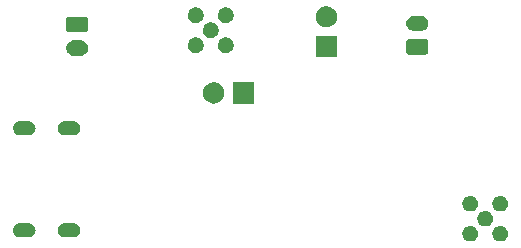
<source format=gbs>
G04 #@! TF.GenerationSoftware,KiCad,Pcbnew,(5.1.5-0)*
G04 #@! TF.CreationDate,2021-10-28T11:32:37-06:00*
G04 #@! TF.ProjectId,TPS61165-heater-v2,54505336-3131-4363-952d-686561746572,rev?*
G04 #@! TF.SameCoordinates,Original*
G04 #@! TF.FileFunction,Soldermask,Bot*
G04 #@! TF.FilePolarity,Negative*
%FSLAX46Y46*%
G04 Gerber Fmt 4.6, Leading zero omitted, Abs format (unit mm)*
G04 Created by KiCad (PCBNEW (5.1.5-0)) date 2021-10-28 11:32:37*
%MOMM*%
%LPD*%
G04 APERTURE LIST*
%ADD10C,0.100000*%
G04 APERTURE END LIST*
D10*
G36*
X158839300Y-84947595D02*
G01*
X158925724Y-84964786D01*
X159047838Y-85015367D01*
X159157738Y-85088800D01*
X159251200Y-85182262D01*
X159324633Y-85292162D01*
X159375214Y-85414276D01*
X159401000Y-85543912D01*
X159401000Y-85676088D01*
X159375214Y-85805724D01*
X159324633Y-85927838D01*
X159251200Y-86037738D01*
X159157738Y-86131200D01*
X159047838Y-86204633D01*
X158925724Y-86255214D01*
X158839300Y-86272405D01*
X158796089Y-86281000D01*
X158663911Y-86281000D01*
X158620700Y-86272405D01*
X158534276Y-86255214D01*
X158412162Y-86204633D01*
X158302262Y-86131200D01*
X158208800Y-86037738D01*
X158135367Y-85927838D01*
X158084786Y-85805724D01*
X158059000Y-85676088D01*
X158059000Y-85543912D01*
X158084786Y-85414276D01*
X158135367Y-85292162D01*
X158208800Y-85182262D01*
X158302262Y-85088800D01*
X158412162Y-85015367D01*
X158534276Y-84964786D01*
X158620700Y-84947595D01*
X158663911Y-84939000D01*
X158796089Y-84939000D01*
X158839300Y-84947595D01*
G37*
G36*
X156299300Y-84947595D02*
G01*
X156385724Y-84964786D01*
X156507838Y-85015367D01*
X156617738Y-85088800D01*
X156711200Y-85182262D01*
X156784633Y-85292162D01*
X156835214Y-85414276D01*
X156861000Y-85543912D01*
X156861000Y-85676088D01*
X156835214Y-85805724D01*
X156784633Y-85927838D01*
X156711200Y-86037738D01*
X156617738Y-86131200D01*
X156507838Y-86204633D01*
X156385724Y-86255214D01*
X156299300Y-86272405D01*
X156256089Y-86281000D01*
X156123911Y-86281000D01*
X156080700Y-86272405D01*
X155994276Y-86255214D01*
X155872162Y-86204633D01*
X155762262Y-86131200D01*
X155668800Y-86037738D01*
X155595367Y-85927838D01*
X155544786Y-85805724D01*
X155519000Y-85676088D01*
X155519000Y-85543912D01*
X155544786Y-85414276D01*
X155595367Y-85292162D01*
X155668800Y-85182262D01*
X155762262Y-85088800D01*
X155872162Y-85015367D01*
X155994276Y-84964786D01*
X156080700Y-84947595D01*
X156123911Y-84939000D01*
X156256089Y-84939000D01*
X156299300Y-84947595D01*
G37*
G36*
X122692818Y-84727696D02*
G01*
X122806105Y-84762062D01*
X122910512Y-84817869D01*
X123002027Y-84892973D01*
X123077131Y-84984488D01*
X123132938Y-85088895D01*
X123167304Y-85202182D01*
X123178907Y-85320000D01*
X123167304Y-85437818D01*
X123132938Y-85551105D01*
X123077131Y-85655512D01*
X123002027Y-85747027D01*
X122910512Y-85822131D01*
X122806105Y-85877938D01*
X122692818Y-85912304D01*
X122604519Y-85921000D01*
X121845481Y-85921000D01*
X121757182Y-85912304D01*
X121643895Y-85877938D01*
X121539488Y-85822131D01*
X121447973Y-85747027D01*
X121372869Y-85655512D01*
X121317062Y-85551105D01*
X121282696Y-85437818D01*
X121271093Y-85320000D01*
X121282696Y-85202182D01*
X121317062Y-85088895D01*
X121372869Y-84984488D01*
X121447973Y-84892973D01*
X121539488Y-84817869D01*
X121643895Y-84762062D01*
X121757182Y-84727696D01*
X121845481Y-84719000D01*
X122604519Y-84719000D01*
X122692818Y-84727696D01*
G37*
G36*
X118892818Y-84727696D02*
G01*
X119006105Y-84762062D01*
X119110512Y-84817869D01*
X119202027Y-84892973D01*
X119277131Y-84984488D01*
X119332938Y-85088895D01*
X119367304Y-85202182D01*
X119378907Y-85320000D01*
X119367304Y-85437818D01*
X119332938Y-85551105D01*
X119277131Y-85655512D01*
X119202027Y-85747027D01*
X119110512Y-85822131D01*
X119006105Y-85877938D01*
X118892818Y-85912304D01*
X118804519Y-85921000D01*
X118045481Y-85921000D01*
X117957182Y-85912304D01*
X117843895Y-85877938D01*
X117739488Y-85822131D01*
X117647973Y-85747027D01*
X117572869Y-85655512D01*
X117517062Y-85551105D01*
X117482696Y-85437818D01*
X117471093Y-85320000D01*
X117482696Y-85202182D01*
X117517062Y-85088895D01*
X117572869Y-84984488D01*
X117647973Y-84892973D01*
X117739488Y-84817869D01*
X117843895Y-84762062D01*
X117957182Y-84727696D01*
X118045481Y-84719000D01*
X118804519Y-84719000D01*
X118892818Y-84727696D01*
G37*
G36*
X157569300Y-83677595D02*
G01*
X157655724Y-83694786D01*
X157777838Y-83745367D01*
X157887738Y-83818800D01*
X157981200Y-83912262D01*
X158054633Y-84022162D01*
X158105214Y-84144276D01*
X158131000Y-84273912D01*
X158131000Y-84406088D01*
X158105214Y-84535724D01*
X158054633Y-84657838D01*
X157981200Y-84767738D01*
X157887738Y-84861200D01*
X157777838Y-84934633D01*
X157655724Y-84985214D01*
X157569300Y-85002405D01*
X157526089Y-85011000D01*
X157393911Y-85011000D01*
X157350700Y-85002405D01*
X157264276Y-84985214D01*
X157142162Y-84934633D01*
X157032262Y-84861200D01*
X156938800Y-84767738D01*
X156865367Y-84657838D01*
X156814786Y-84535724D01*
X156789000Y-84406088D01*
X156789000Y-84273912D01*
X156814786Y-84144276D01*
X156865367Y-84022162D01*
X156938800Y-83912262D01*
X157032262Y-83818800D01*
X157142162Y-83745367D01*
X157264276Y-83694786D01*
X157350700Y-83677595D01*
X157393911Y-83669000D01*
X157526089Y-83669000D01*
X157569300Y-83677595D01*
G37*
G36*
X158839300Y-82407595D02*
G01*
X158925724Y-82424786D01*
X159047838Y-82475367D01*
X159157738Y-82548800D01*
X159251200Y-82642262D01*
X159324633Y-82752162D01*
X159375214Y-82874276D01*
X159401000Y-83003912D01*
X159401000Y-83136088D01*
X159375214Y-83265724D01*
X159324633Y-83387838D01*
X159251200Y-83497738D01*
X159157738Y-83591200D01*
X159047838Y-83664633D01*
X158925724Y-83715214D01*
X158839300Y-83732405D01*
X158796089Y-83741000D01*
X158663911Y-83741000D01*
X158620700Y-83732405D01*
X158534276Y-83715214D01*
X158412162Y-83664633D01*
X158302262Y-83591200D01*
X158208800Y-83497738D01*
X158135367Y-83387838D01*
X158084786Y-83265724D01*
X158059000Y-83136088D01*
X158059000Y-83003912D01*
X158084786Y-82874276D01*
X158135367Y-82752162D01*
X158208800Y-82642262D01*
X158302262Y-82548800D01*
X158412162Y-82475367D01*
X158534276Y-82424786D01*
X158620700Y-82407595D01*
X158663911Y-82399000D01*
X158796089Y-82399000D01*
X158839300Y-82407595D01*
G37*
G36*
X156299300Y-82407595D02*
G01*
X156385724Y-82424786D01*
X156507838Y-82475367D01*
X156617738Y-82548800D01*
X156711200Y-82642262D01*
X156784633Y-82752162D01*
X156835214Y-82874276D01*
X156861000Y-83003912D01*
X156861000Y-83136088D01*
X156835214Y-83265724D01*
X156784633Y-83387838D01*
X156711200Y-83497738D01*
X156617738Y-83591200D01*
X156507838Y-83664633D01*
X156385724Y-83715214D01*
X156299300Y-83732405D01*
X156256089Y-83741000D01*
X156123911Y-83741000D01*
X156080700Y-83732405D01*
X155994276Y-83715214D01*
X155872162Y-83664633D01*
X155762262Y-83591200D01*
X155668800Y-83497738D01*
X155595367Y-83387838D01*
X155544786Y-83265724D01*
X155519000Y-83136088D01*
X155519000Y-83003912D01*
X155544786Y-82874276D01*
X155595367Y-82752162D01*
X155668800Y-82642262D01*
X155762262Y-82548800D01*
X155872162Y-82475367D01*
X155994276Y-82424786D01*
X156080700Y-82407595D01*
X156123911Y-82399000D01*
X156256089Y-82399000D01*
X156299300Y-82407595D01*
G37*
G36*
X118892818Y-76087696D02*
G01*
X119006105Y-76122062D01*
X119110512Y-76177869D01*
X119202027Y-76252973D01*
X119277131Y-76344488D01*
X119332938Y-76448895D01*
X119367304Y-76562182D01*
X119378907Y-76680000D01*
X119367304Y-76797818D01*
X119332938Y-76911105D01*
X119277131Y-77015512D01*
X119202027Y-77107027D01*
X119110512Y-77182131D01*
X119006105Y-77237938D01*
X118892818Y-77272304D01*
X118804519Y-77281000D01*
X118045481Y-77281000D01*
X117957182Y-77272304D01*
X117843895Y-77237938D01*
X117739488Y-77182131D01*
X117647973Y-77107027D01*
X117572869Y-77015512D01*
X117517062Y-76911105D01*
X117482696Y-76797818D01*
X117471093Y-76680000D01*
X117482696Y-76562182D01*
X117517062Y-76448895D01*
X117572869Y-76344488D01*
X117647973Y-76252973D01*
X117739488Y-76177869D01*
X117843895Y-76122062D01*
X117957182Y-76087696D01*
X118045481Y-76079000D01*
X118804519Y-76079000D01*
X118892818Y-76087696D01*
G37*
G36*
X122692818Y-76087696D02*
G01*
X122806105Y-76122062D01*
X122910512Y-76177869D01*
X123002027Y-76252973D01*
X123077131Y-76344488D01*
X123132938Y-76448895D01*
X123167304Y-76562182D01*
X123178907Y-76680000D01*
X123167304Y-76797818D01*
X123132938Y-76911105D01*
X123077131Y-77015512D01*
X123002027Y-77107027D01*
X122910512Y-77182131D01*
X122806105Y-77237938D01*
X122692818Y-77272304D01*
X122604519Y-77281000D01*
X121845481Y-77281000D01*
X121757182Y-77272304D01*
X121643895Y-77237938D01*
X121539488Y-77182131D01*
X121447973Y-77107027D01*
X121372869Y-77015512D01*
X121317062Y-76911105D01*
X121282696Y-76797818D01*
X121271093Y-76680000D01*
X121282696Y-76562182D01*
X121317062Y-76448895D01*
X121372869Y-76344488D01*
X121447973Y-76252973D01*
X121539488Y-76177869D01*
X121643895Y-76122062D01*
X121757182Y-76087696D01*
X121845481Y-76079000D01*
X122604519Y-76079000D01*
X122692818Y-76087696D01*
G37*
G36*
X134573512Y-72803927D02*
G01*
X134722812Y-72833624D01*
X134886784Y-72901544D01*
X135034354Y-73000147D01*
X135159853Y-73125646D01*
X135258456Y-73273216D01*
X135326376Y-73437188D01*
X135361000Y-73611259D01*
X135361000Y-73788741D01*
X135326376Y-73962812D01*
X135258456Y-74126784D01*
X135159853Y-74274354D01*
X135034354Y-74399853D01*
X134886784Y-74498456D01*
X134722812Y-74566376D01*
X134573512Y-74596073D01*
X134548742Y-74601000D01*
X134371258Y-74601000D01*
X134346488Y-74596073D01*
X134197188Y-74566376D01*
X134033216Y-74498456D01*
X133885646Y-74399853D01*
X133760147Y-74274354D01*
X133661544Y-74126784D01*
X133593624Y-73962812D01*
X133559000Y-73788741D01*
X133559000Y-73611259D01*
X133593624Y-73437188D01*
X133661544Y-73273216D01*
X133760147Y-73125646D01*
X133885646Y-73000147D01*
X134033216Y-72901544D01*
X134197188Y-72833624D01*
X134346488Y-72803927D01*
X134371258Y-72799000D01*
X134548742Y-72799000D01*
X134573512Y-72803927D01*
G37*
G36*
X137901000Y-74601000D02*
G01*
X136099000Y-74601000D01*
X136099000Y-72799000D01*
X137901000Y-72799000D01*
X137901000Y-74601000D01*
G37*
G36*
X144901000Y-70701000D02*
G01*
X143099000Y-70701000D01*
X143099000Y-68899000D01*
X144901000Y-68899000D01*
X144901000Y-70701000D01*
G37*
G36*
X123238855Y-69252140D02*
G01*
X123302618Y-69258420D01*
X123393404Y-69285960D01*
X123425336Y-69295646D01*
X123538425Y-69356094D01*
X123637554Y-69437446D01*
X123718906Y-69536575D01*
X123779354Y-69649664D01*
X123779355Y-69649668D01*
X123816580Y-69772382D01*
X123829149Y-69900000D01*
X123816580Y-70027618D01*
X123795311Y-70097732D01*
X123779354Y-70150336D01*
X123718906Y-70263425D01*
X123637554Y-70362554D01*
X123538425Y-70443906D01*
X123425336Y-70504354D01*
X123393404Y-70514040D01*
X123302618Y-70541580D01*
X123238855Y-70547860D01*
X123206974Y-70551000D01*
X122593026Y-70551000D01*
X122561145Y-70547860D01*
X122497382Y-70541580D01*
X122406596Y-70514040D01*
X122374664Y-70504354D01*
X122261575Y-70443906D01*
X122162446Y-70362554D01*
X122081094Y-70263425D01*
X122020646Y-70150336D01*
X122004689Y-70097732D01*
X121983420Y-70027618D01*
X121970851Y-69900000D01*
X121983420Y-69772382D01*
X122020645Y-69649668D01*
X122020646Y-69649664D01*
X122081094Y-69536575D01*
X122162446Y-69437446D01*
X122261575Y-69356094D01*
X122374664Y-69295646D01*
X122406596Y-69285960D01*
X122497382Y-69258420D01*
X122561145Y-69252140D01*
X122593026Y-69249000D01*
X123206974Y-69249000D01*
X123238855Y-69252140D01*
G37*
G36*
X152466242Y-69153404D02*
G01*
X152503337Y-69164657D01*
X152537515Y-69182925D01*
X152567481Y-69207519D01*
X152592075Y-69237485D01*
X152610343Y-69271663D01*
X152621596Y-69308758D01*
X152626000Y-69353474D01*
X152626000Y-70246526D01*
X152621596Y-70291242D01*
X152610343Y-70328337D01*
X152592075Y-70362515D01*
X152567481Y-70392481D01*
X152537515Y-70417075D01*
X152503337Y-70435343D01*
X152466242Y-70446596D01*
X152421526Y-70451000D01*
X150978474Y-70451000D01*
X150933758Y-70446596D01*
X150896663Y-70435343D01*
X150862485Y-70417075D01*
X150832519Y-70392481D01*
X150807925Y-70362515D01*
X150789657Y-70328337D01*
X150778404Y-70291242D01*
X150774000Y-70246526D01*
X150774000Y-69353474D01*
X150778404Y-69308758D01*
X150789657Y-69271663D01*
X150807925Y-69237485D01*
X150832519Y-69207519D01*
X150862485Y-69182925D01*
X150896663Y-69164657D01*
X150933758Y-69153404D01*
X150978474Y-69149000D01*
X152421526Y-69149000D01*
X152466242Y-69153404D01*
G37*
G36*
X133039300Y-69007595D02*
G01*
X133125724Y-69024786D01*
X133247838Y-69075367D01*
X133357738Y-69148800D01*
X133451200Y-69242262D01*
X133524633Y-69352162D01*
X133575214Y-69474276D01*
X133601000Y-69603912D01*
X133601000Y-69736088D01*
X133575214Y-69865724D01*
X133524633Y-69987838D01*
X133451200Y-70097738D01*
X133357738Y-70191200D01*
X133247838Y-70264633D01*
X133125724Y-70315214D01*
X133049132Y-70330449D01*
X132996089Y-70341000D01*
X132863911Y-70341000D01*
X132810868Y-70330449D01*
X132734276Y-70315214D01*
X132612162Y-70264633D01*
X132502262Y-70191200D01*
X132408800Y-70097738D01*
X132335367Y-69987838D01*
X132284786Y-69865724D01*
X132259000Y-69736088D01*
X132259000Y-69603912D01*
X132284786Y-69474276D01*
X132335367Y-69352162D01*
X132408800Y-69242262D01*
X132502262Y-69148800D01*
X132612162Y-69075367D01*
X132734276Y-69024786D01*
X132820700Y-69007595D01*
X132863911Y-68999000D01*
X132996089Y-68999000D01*
X133039300Y-69007595D01*
G37*
G36*
X135579300Y-69007595D02*
G01*
X135665724Y-69024786D01*
X135787838Y-69075367D01*
X135897738Y-69148800D01*
X135991200Y-69242262D01*
X136064633Y-69352162D01*
X136115214Y-69474276D01*
X136141000Y-69603912D01*
X136141000Y-69736088D01*
X136115214Y-69865724D01*
X136064633Y-69987838D01*
X135991200Y-70097738D01*
X135897738Y-70191200D01*
X135787838Y-70264633D01*
X135665724Y-70315214D01*
X135589132Y-70330449D01*
X135536089Y-70341000D01*
X135403911Y-70341000D01*
X135350868Y-70330449D01*
X135274276Y-70315214D01*
X135152162Y-70264633D01*
X135042262Y-70191200D01*
X134948800Y-70097738D01*
X134875367Y-69987838D01*
X134824786Y-69865724D01*
X134799000Y-69736088D01*
X134799000Y-69603912D01*
X134824786Y-69474276D01*
X134875367Y-69352162D01*
X134948800Y-69242262D01*
X135042262Y-69148800D01*
X135152162Y-69075367D01*
X135274276Y-69024786D01*
X135360700Y-69007595D01*
X135403911Y-68999000D01*
X135536089Y-68999000D01*
X135579300Y-69007595D01*
G37*
G36*
X134309300Y-67737595D02*
G01*
X134395724Y-67754786D01*
X134517838Y-67805367D01*
X134627738Y-67878800D01*
X134721200Y-67972262D01*
X134794633Y-68082162D01*
X134845214Y-68204276D01*
X134871000Y-68333912D01*
X134871000Y-68466088D01*
X134845214Y-68595724D01*
X134794633Y-68717838D01*
X134721200Y-68827738D01*
X134627738Y-68921200D01*
X134517838Y-68994633D01*
X134395724Y-69045214D01*
X134309300Y-69062405D01*
X134266089Y-69071000D01*
X134133911Y-69071000D01*
X134090700Y-69062405D01*
X134004276Y-69045214D01*
X133882162Y-68994633D01*
X133772262Y-68921200D01*
X133678800Y-68827738D01*
X133605367Y-68717838D01*
X133554786Y-68595724D01*
X133529000Y-68466088D01*
X133529000Y-68333912D01*
X133554786Y-68204276D01*
X133605367Y-68082162D01*
X133678800Y-67972262D01*
X133772262Y-67878800D01*
X133882162Y-67805367D01*
X134004276Y-67754786D01*
X134090700Y-67737595D01*
X134133911Y-67729000D01*
X134266089Y-67729000D01*
X134309300Y-67737595D01*
G37*
G36*
X123666242Y-67253404D02*
G01*
X123703337Y-67264657D01*
X123737515Y-67282925D01*
X123767481Y-67307519D01*
X123792075Y-67337485D01*
X123810343Y-67371663D01*
X123821596Y-67408758D01*
X123826000Y-67453474D01*
X123826000Y-68346526D01*
X123821596Y-68391242D01*
X123810343Y-68428337D01*
X123792075Y-68462515D01*
X123767481Y-68492481D01*
X123737515Y-68517075D01*
X123703337Y-68535343D01*
X123666242Y-68546596D01*
X123621526Y-68551000D01*
X122178474Y-68551000D01*
X122133758Y-68546596D01*
X122096663Y-68535343D01*
X122062485Y-68517075D01*
X122032519Y-68492481D01*
X122007925Y-68462515D01*
X121989657Y-68428337D01*
X121978404Y-68391242D01*
X121974000Y-68346526D01*
X121974000Y-67453474D01*
X121978404Y-67408758D01*
X121989657Y-67371663D01*
X122007925Y-67337485D01*
X122032519Y-67307519D01*
X122062485Y-67282925D01*
X122096663Y-67264657D01*
X122133758Y-67253404D01*
X122178474Y-67249000D01*
X123621526Y-67249000D01*
X123666242Y-67253404D01*
G37*
G36*
X152038855Y-67152140D02*
G01*
X152102618Y-67158420D01*
X152193404Y-67185960D01*
X152225336Y-67195646D01*
X152338425Y-67256094D01*
X152437554Y-67337446D01*
X152518906Y-67436575D01*
X152579354Y-67549664D01*
X152579355Y-67549668D01*
X152616580Y-67672382D01*
X152629149Y-67800000D01*
X152616580Y-67927618D01*
X152589040Y-68018404D01*
X152579354Y-68050336D01*
X152518906Y-68163425D01*
X152437554Y-68262554D01*
X152338425Y-68343906D01*
X152225336Y-68404354D01*
X152193404Y-68414040D01*
X152102618Y-68441580D01*
X152038855Y-68447860D01*
X152006974Y-68451000D01*
X151393026Y-68451000D01*
X151361145Y-68447860D01*
X151297382Y-68441580D01*
X151206596Y-68414040D01*
X151174664Y-68404354D01*
X151061575Y-68343906D01*
X150962446Y-68262554D01*
X150881094Y-68163425D01*
X150820646Y-68050336D01*
X150810960Y-68018404D01*
X150783420Y-67927618D01*
X150770851Y-67800000D01*
X150783420Y-67672382D01*
X150820645Y-67549668D01*
X150820646Y-67549664D01*
X150881094Y-67436575D01*
X150962446Y-67337446D01*
X151061575Y-67256094D01*
X151174664Y-67195646D01*
X151206596Y-67185960D01*
X151297382Y-67158420D01*
X151361145Y-67152140D01*
X151393026Y-67149000D01*
X152006974Y-67149000D01*
X152038855Y-67152140D01*
G37*
G36*
X144113512Y-66363927D02*
G01*
X144262812Y-66393624D01*
X144426784Y-66461544D01*
X144574354Y-66560147D01*
X144699853Y-66685646D01*
X144798456Y-66833216D01*
X144866376Y-66997188D01*
X144901000Y-67171259D01*
X144901000Y-67348741D01*
X144866376Y-67522812D01*
X144798456Y-67686784D01*
X144699853Y-67834354D01*
X144574354Y-67959853D01*
X144426784Y-68058456D01*
X144262812Y-68126376D01*
X144113512Y-68156073D01*
X144088742Y-68161000D01*
X143911258Y-68161000D01*
X143886488Y-68156073D01*
X143737188Y-68126376D01*
X143573216Y-68058456D01*
X143425646Y-67959853D01*
X143300147Y-67834354D01*
X143201544Y-67686784D01*
X143133624Y-67522812D01*
X143099000Y-67348741D01*
X143099000Y-67171259D01*
X143133624Y-66997188D01*
X143201544Y-66833216D01*
X143300147Y-66685646D01*
X143425646Y-66560147D01*
X143573216Y-66461544D01*
X143737188Y-66393624D01*
X143886488Y-66363927D01*
X143911258Y-66359000D01*
X144088742Y-66359000D01*
X144113512Y-66363927D01*
G37*
G36*
X135548878Y-66461544D02*
G01*
X135665724Y-66484786D01*
X135787838Y-66535367D01*
X135897738Y-66608800D01*
X135991200Y-66702262D01*
X136064633Y-66812162D01*
X136115214Y-66934276D01*
X136141000Y-67063912D01*
X136141000Y-67196088D01*
X136115214Y-67325724D01*
X136064633Y-67447838D01*
X135991200Y-67557738D01*
X135897738Y-67651200D01*
X135787838Y-67724633D01*
X135665724Y-67775214D01*
X135579300Y-67792405D01*
X135536089Y-67801000D01*
X135403911Y-67801000D01*
X135360700Y-67792405D01*
X135274276Y-67775214D01*
X135152162Y-67724633D01*
X135042262Y-67651200D01*
X134948800Y-67557738D01*
X134875367Y-67447838D01*
X134824786Y-67325724D01*
X134799000Y-67196088D01*
X134799000Y-67063912D01*
X134824786Y-66934276D01*
X134875367Y-66812162D01*
X134948800Y-66702262D01*
X135042262Y-66608800D01*
X135152162Y-66535367D01*
X135274276Y-66484786D01*
X135391122Y-66461544D01*
X135403911Y-66459000D01*
X135536089Y-66459000D01*
X135548878Y-66461544D01*
G37*
G36*
X133008878Y-66461544D02*
G01*
X133125724Y-66484786D01*
X133247838Y-66535367D01*
X133357738Y-66608800D01*
X133451200Y-66702262D01*
X133524633Y-66812162D01*
X133575214Y-66934276D01*
X133601000Y-67063912D01*
X133601000Y-67196088D01*
X133575214Y-67325724D01*
X133524633Y-67447838D01*
X133451200Y-67557738D01*
X133357738Y-67651200D01*
X133247838Y-67724633D01*
X133125724Y-67775214D01*
X133039300Y-67792405D01*
X132996089Y-67801000D01*
X132863911Y-67801000D01*
X132820700Y-67792405D01*
X132734276Y-67775214D01*
X132612162Y-67724633D01*
X132502262Y-67651200D01*
X132408800Y-67557738D01*
X132335367Y-67447838D01*
X132284786Y-67325724D01*
X132259000Y-67196088D01*
X132259000Y-67063912D01*
X132284786Y-66934276D01*
X132335367Y-66812162D01*
X132408800Y-66702262D01*
X132502262Y-66608800D01*
X132612162Y-66535367D01*
X132734276Y-66484786D01*
X132851122Y-66461544D01*
X132863911Y-66459000D01*
X132996089Y-66459000D01*
X133008878Y-66461544D01*
G37*
M02*

</source>
